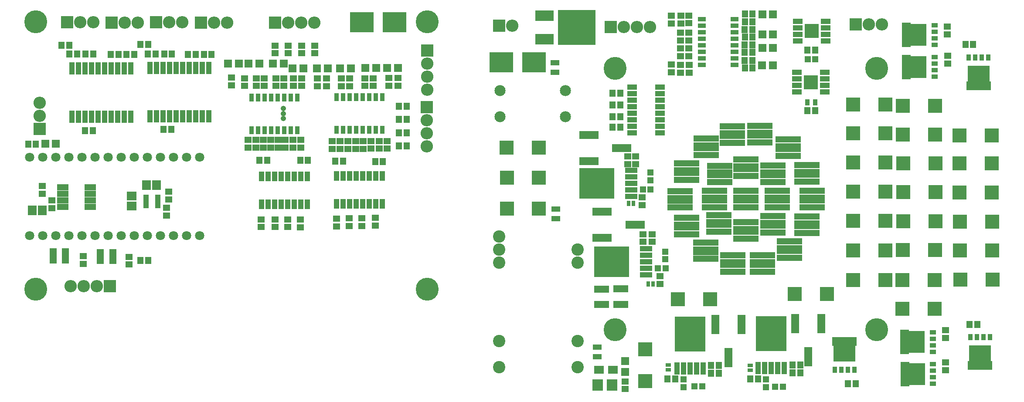
<source format=gbr>
G04 #@! TF.FileFunction,Soldermask,Top*
%FSLAX46Y46*%
G04 Gerber Fmt 4.6, Leading zero omitted, Abs format (unit mm)*
G04 Created by KiCad (PCBNEW 4.0.1-stable) date 1/20/2016 12:58:46 AM*
%MOMM*%
G01*
G04 APERTURE LIST*
%ADD10C,0.100000*%
%ADD11R,1.000000X2.350000*%
%ADD12R,1.400760X1.299160*%
%ADD13R,1.299160X1.400760*%
%ADD14R,1.898600X1.700480*%
%ADD15R,1.700480X1.898600*%
%ADD16R,4.591000X3.956000*%
%ADD17O,2.398980X2.398980*%
%ADD18R,2.398980X2.398980*%
%ADD19R,1.400760X1.101040*%
%ADD20C,1.050000*%
%ADD21R,1.000000X1.900000*%
%ADD22R,0.908000X1.543000*%
%ADD23R,1.100000X0.750000*%
%ADD24R,2.198320X1.197560*%
%ADD25C,4.464000*%
%ADD26R,1.598880X1.598880*%
%ADD27C,1.797000*%
%ADD28R,0.900000X1.300000*%
%ADD29R,1.700000X1.100000*%
%ADD30R,2.830000X2.770000*%
%ADD31R,1.200000X1.150000*%
%ADD32R,2.770000X2.830000*%
%ADD33R,1.150000X1.200000*%
%ADD34R,1.000000X0.800000*%
%ADD35R,0.800000X1.000000*%
%ADD36R,1.900000X1.600000*%
%ADD37R,2.000200X2.203400*%
%ADD38R,1.593800X3.702000*%
%ADD39R,3.702000X1.593800*%
%ADD40R,1.543000X0.908000*%
%ADD41R,1.900000X1.000000*%
%ADD42R,1.950000X1.000000*%
%ADD43R,1.575000X1.575000*%
%ADD44R,0.996900X2.398980*%
%ADD45R,5.998160X6.899860*%
%ADD46R,2.398980X0.996900*%
%ADD47R,6.899860X5.998160*%
%ADD48C,2.150000*%
%ADD49R,3.600400X2.000200*%
%ADD50R,7.400240X6.899860*%
%ADD51C,2.400000*%
%ADD52R,2.900000X1.400000*%
%ADD53R,4.900000X1.700000*%
%ADD54R,4.900000X1.300000*%
%ADD55C,0.984200*%
%ADD56C,1.035000*%
%ADD57R,0.850000X1.300000*%
%ADD58R,4.850000X1.700000*%
%ADD59R,4.350000X3.450000*%
%ADD60R,1.300000X0.850000*%
%ADD61R,1.700000X4.850000*%
%ADD62R,3.450000X4.350000*%
G04 APERTURE END LIST*
D10*
D11*
X43776900Y-41984660D03*
X45046900Y-41984660D03*
X46316900Y-41984660D03*
X47586900Y-41984660D03*
X48856900Y-41984660D03*
X50126900Y-41984660D03*
X51396900Y-41984660D03*
X52666900Y-41984660D03*
X53936900Y-41984660D03*
X55206900Y-41984660D03*
X55206900Y-32584660D03*
X53936900Y-32584660D03*
X52666900Y-32584660D03*
X51396900Y-32584660D03*
X50126900Y-32584660D03*
X48856900Y-32584660D03*
X47586900Y-32584660D03*
X46316900Y-32584660D03*
X45046900Y-32584660D03*
X43776900Y-32584660D03*
D12*
X39720520Y-70835520D03*
X39720520Y-69331840D03*
X30855920Y-69174360D03*
X30855920Y-70678040D03*
D13*
X87543640Y-50789840D03*
X89047320Y-50789840D03*
X79809340Y-50751740D03*
X81313020Y-50751740D03*
X72989440Y-50523140D03*
X74493120Y-50523140D03*
X65105280Y-50586640D03*
X66608960Y-50586640D03*
D14*
X40215820Y-57508140D03*
X40215820Y-59413140D03*
D15*
X20975320Y-60327540D03*
X22880320Y-60327540D03*
X45041820Y-55399940D03*
X43136820Y-55399940D03*
D13*
X32687260Y-44782740D03*
X31183580Y-44782740D03*
X47967900Y-44541440D03*
X46464220Y-44541440D03*
X36189920Y-29961840D03*
X37693600Y-29961840D03*
X51170840Y-29949140D03*
X52674520Y-29949140D03*
X28171140Y-29936440D03*
X29674820Y-29936440D03*
X43411140Y-29872940D03*
X44914820Y-29872940D03*
X39250620Y-29974540D03*
X40754300Y-29974540D03*
X31275020Y-29936440D03*
X32778700Y-29936440D03*
X54282340Y-29949140D03*
X55786020Y-29949140D03*
X46578520Y-29872940D03*
X48082200Y-29872940D03*
X28138120Y-28234640D03*
X26634440Y-28234640D03*
X43446700Y-28056840D03*
X41943020Y-28056840D03*
D16*
X91307920Y-23688040D03*
X84957920Y-23688040D03*
D17*
X97632520Y-36870640D03*
D18*
X97632520Y-29250640D03*
D17*
X97632520Y-31790640D03*
X97632520Y-34330640D03*
X28379420Y-75021440D03*
D18*
X35999420Y-75021440D03*
D17*
X33459420Y-75021440D03*
X30919420Y-75021440D03*
X58795920Y-23815040D03*
D18*
X53715920Y-23815040D03*
D17*
X56255920Y-23815040D03*
X41460420Y-23815040D03*
D18*
X36380420Y-23815040D03*
D17*
X38920420Y-23815040D03*
X50096420Y-23751540D03*
D18*
X45016420Y-23751540D03*
D17*
X47556420Y-23751540D03*
X22410420Y-39372540D03*
D18*
X22410420Y-44452540D03*
D17*
X22410420Y-41912540D03*
X32773620Y-23764240D03*
D18*
X27693620Y-23764240D03*
D17*
X30233620Y-23764240D03*
D13*
X21663660Y-47398940D03*
X20159980Y-47398940D03*
X92174296Y-40048560D03*
X93677976Y-40048560D03*
X92174296Y-42624844D03*
X93677976Y-42624844D03*
X92174295Y-45201130D03*
X93677975Y-45201130D03*
X92174296Y-47777416D03*
X93677976Y-47777416D03*
D12*
X68097760Y-29776420D03*
X68097760Y-28272740D03*
X70674045Y-29776420D03*
X70674045Y-28272740D03*
X73250329Y-29776420D03*
X73250329Y-28272740D03*
X75826615Y-29776420D03*
X75826615Y-28272740D03*
X80055720Y-63393320D03*
X80055720Y-61889640D03*
X82532220Y-63342520D03*
X82532220Y-61838840D03*
X87561420Y-63253620D03*
X87561420Y-61749940D03*
X84983320Y-63317120D03*
X84983320Y-61813440D03*
D13*
X43482260Y-70043040D03*
X41978580Y-70043040D03*
D12*
X88307646Y-48306348D03*
X88307646Y-46802668D03*
X71559420Y-48125380D03*
X71559420Y-46621700D03*
X89831646Y-46797588D03*
X89831646Y-48301268D03*
X73083420Y-46621700D03*
X73083420Y-48125380D03*
X91952546Y-34582728D03*
X91952546Y-36086408D03*
X73273920Y-34620200D03*
X73273920Y-36123880D03*
X90238046Y-34554788D03*
X90238046Y-36058468D03*
X71686420Y-34620200D03*
X71686420Y-36123880D03*
X85246946Y-48331748D03*
X85246946Y-46828068D03*
X68701920Y-48125380D03*
X68701920Y-46621700D03*
X86770946Y-46815368D03*
X86770946Y-48319048D03*
X70098920Y-46621700D03*
X70098920Y-48125380D03*
X68130420Y-63545720D03*
X68130420Y-62042040D03*
X73007220Y-63621920D03*
X73007220Y-62118240D03*
X65438020Y-63545720D03*
X65438020Y-62042040D03*
X70530719Y-63545720D03*
X70530719Y-62042040D03*
X87190046Y-34605588D03*
X87190046Y-36109268D03*
X69781420Y-34620200D03*
X69781420Y-36123880D03*
X85577146Y-34618288D03*
X85577146Y-36121968D03*
X68257420Y-34620200D03*
X68257420Y-36123880D03*
X82211646Y-48344448D03*
X82211646Y-46840768D03*
X65844420Y-48125380D03*
X65844420Y-46621700D03*
X83735646Y-46828067D03*
X83735646Y-48331747D03*
X67241420Y-46621700D03*
X67241420Y-48125380D03*
X82608420Y-34630360D03*
X82608420Y-36134040D03*
X66034920Y-34620200D03*
X66034920Y-36123880D03*
X80957420Y-34630360D03*
X80957420Y-36134040D03*
X64447420Y-34620200D03*
X64447420Y-36123880D03*
X79189045Y-48357148D03*
X79189045Y-46853468D03*
X62859920Y-48125380D03*
X62859920Y-46621700D03*
X80725746Y-46840768D03*
X80725746Y-48344448D03*
X64383920Y-46621700D03*
X64383920Y-48125380D03*
X78099920Y-34630360D03*
X78099920Y-36134040D03*
X62161420Y-34620200D03*
X62161420Y-36123880D03*
X76321920Y-34630360D03*
X76321920Y-36134040D03*
X59621420Y-34493200D03*
X59621420Y-35996880D03*
X22905720Y-57091580D03*
X22905720Y-55587900D03*
X24759920Y-59888120D03*
X24759920Y-58384440D03*
X47492920Y-58145680D03*
X47492920Y-56642000D03*
X47048420Y-59781440D03*
X47048420Y-61285120D03*
D19*
X34196020Y-68328540D03*
X34196020Y-69278500D03*
X34196020Y-70228460D03*
X36593780Y-68328540D03*
X36593780Y-70228460D03*
X36593780Y-69278500D03*
X25013920Y-68214240D03*
X25013920Y-69164200D03*
X25013920Y-70114160D03*
X27411680Y-68214240D03*
X27411680Y-70114160D03*
X27411680Y-69164200D03*
D20*
X69760962Y-41471403D03*
X69760962Y-42471403D03*
X69760962Y-40471403D03*
D21*
X80017620Y-59006740D03*
X81287620Y-59006740D03*
X82557620Y-59006740D03*
X83827620Y-59006740D03*
X85097620Y-59006740D03*
X86367620Y-59006740D03*
X87637620Y-59006740D03*
X88907620Y-59006740D03*
X88907620Y-53606740D03*
X87637620Y-53606740D03*
X86367620Y-53606740D03*
X85097620Y-53606740D03*
X83827620Y-53606740D03*
X82557620Y-53606740D03*
X81287620Y-53606740D03*
X80017620Y-53606740D03*
D22*
X88942646Y-44605568D03*
X86402646Y-44605568D03*
X85132646Y-44605568D03*
X83862646Y-44605568D03*
X82592646Y-44605568D03*
X81322646Y-44605568D03*
X80052646Y-44605568D03*
X80052646Y-38255568D03*
X81322646Y-38255568D03*
X82592646Y-38255568D03*
X83862646Y-38255568D03*
X85132646Y-38255568D03*
X86402646Y-38255568D03*
X87672646Y-38255568D03*
X88942646Y-38255568D03*
X87672646Y-44605568D03*
X72448420Y-44706540D03*
X69908420Y-44706540D03*
X68638420Y-44706540D03*
X67368420Y-44706540D03*
X66098420Y-44706540D03*
X64828420Y-44706540D03*
X63558420Y-44706540D03*
X63558420Y-38356540D03*
X64828420Y-38356540D03*
X66098420Y-38356540D03*
X67368420Y-38356540D03*
X68638420Y-38356540D03*
X69908420Y-38356540D03*
X71178420Y-38356540D03*
X72448420Y-38356540D03*
X71178420Y-44706540D03*
D21*
X65463420Y-59082940D03*
X66733420Y-59082940D03*
X68003420Y-59082940D03*
X69273420Y-59082940D03*
X70543420Y-59082940D03*
X71813420Y-59082940D03*
X73083420Y-59082940D03*
X74353420Y-59082940D03*
X74353420Y-53682940D03*
X73083420Y-53682940D03*
X71813420Y-53682940D03*
X70543420Y-53682940D03*
X69273420Y-53682940D03*
X68003420Y-53682940D03*
X66733420Y-53682940D03*
X65463420Y-53682940D03*
D23*
X45336020Y-57558940D03*
X45336020Y-58208940D03*
X45336020Y-58858940D03*
X45336020Y-59508940D03*
X43086020Y-59508940D03*
X43086020Y-58858940D03*
X43086020Y-58208940D03*
X43086020Y-57558940D03*
D24*
X26918920Y-55819040D03*
X26918920Y-57089040D03*
X26918920Y-58359040D03*
X26918920Y-59629040D03*
X32252920Y-59629040D03*
X32252920Y-58359040D03*
X32252920Y-57089040D03*
X32252920Y-55819040D03*
D11*
X28638500Y-42124360D03*
X29908500Y-42124360D03*
X31178500Y-42124360D03*
X32448500Y-42124360D03*
X33718500Y-42124360D03*
X34988500Y-42124360D03*
X36258500Y-42124360D03*
X37528500Y-42124360D03*
X38798500Y-42124360D03*
X40068500Y-42124360D03*
X40068500Y-32724360D03*
X38798500Y-32724360D03*
X37528500Y-32724360D03*
X36258500Y-32724360D03*
X34988500Y-32724360D03*
X33718500Y-32724360D03*
X32448500Y-32724360D03*
X31178500Y-32724360D03*
X29908500Y-32724360D03*
X28638500Y-32724360D03*
D25*
X21655920Y-23632040D03*
X97655920Y-23632040D03*
X97655920Y-75632040D03*
X21655920Y-75632040D03*
D26*
X23456900Y-47373540D03*
X25554940Y-47373540D03*
X89907846Y-32642168D03*
X92005886Y-32642168D03*
X71493380Y-32705040D03*
X73591420Y-32705040D03*
X85663507Y-32654868D03*
X87761547Y-32654868D03*
X67685920Y-31790640D03*
X69783960Y-31790640D03*
X80764380Y-32705040D03*
X82862420Y-32705040D03*
X62971680Y-31790640D03*
X65069720Y-31790640D03*
X76258420Y-32705040D03*
X78356460Y-32705040D03*
X59009280Y-31765240D03*
X61107320Y-31765240D03*
D17*
X97594420Y-47818041D03*
D18*
X97594420Y-40198041D03*
D17*
X97594420Y-42738041D03*
X97594420Y-45278041D03*
X75750421Y-23815040D03*
D18*
X68130421Y-23815040D03*
D17*
X70670421Y-23815040D03*
X73210421Y-23815040D03*
D27*
X22981920Y-65204340D03*
X25521920Y-65204340D03*
X28061920Y-65204340D03*
X30601920Y-65204340D03*
X33141920Y-65204340D03*
X35681920Y-65204340D03*
X38221920Y-65204340D03*
X40761920Y-65204340D03*
X43301920Y-65204340D03*
X45841920Y-65204340D03*
X48381920Y-65204340D03*
X50921920Y-65204340D03*
X53461920Y-65204340D03*
X53461920Y-49964340D03*
X50921920Y-49964340D03*
X48381920Y-49964340D03*
X45841920Y-49964340D03*
X43301920Y-49964340D03*
X40761920Y-49964340D03*
X38221920Y-49964340D03*
X35681920Y-49964340D03*
X33141920Y-49964340D03*
X30601920Y-49964340D03*
X28061920Y-49964340D03*
X25521920Y-49964340D03*
X22981920Y-49964340D03*
X20441920Y-49964340D03*
X20441920Y-65204340D03*
D12*
X145102143Y-31950085D03*
X145102143Y-33453765D03*
X145102143Y-22450485D03*
X145102143Y-23954165D03*
D28*
X171474263Y-39316085D03*
X172974263Y-39316085D03*
D29*
X130690183Y-88785165D03*
X130690183Y-86885165D03*
D30*
X139986583Y-87270405D03*
X139986583Y-93510405D03*
D13*
X172991343Y-40901045D03*
X171487663Y-40901045D03*
D31*
X171532683Y-30901065D03*
X173032683Y-30901065D03*
D13*
X173034523Y-29112905D03*
X171530843Y-29112905D03*
D32*
X146376343Y-77573565D03*
X152616343Y-77573565D03*
D33*
X147441483Y-94648145D03*
X147441483Y-93148145D03*
D31*
X149587083Y-94533145D03*
X151087083Y-94533145D03*
X143952223Y-71538525D03*
X142452223Y-71538525D03*
D33*
X163425703Y-94655765D03*
X163425703Y-93155765D03*
D31*
X141051543Y-56229945D03*
X139551543Y-56229945D03*
D33*
X143926123Y-69824725D03*
X143926123Y-68324725D03*
D31*
X165248723Y-94583945D03*
X166748723Y-94583945D03*
D33*
X140987343Y-54427245D03*
X140987343Y-52927245D03*
D32*
X186616783Y-39752965D03*
X180376783Y-39752965D03*
X207289843Y-45721965D03*
X201049843Y-45721965D03*
X189962743Y-73829605D03*
X196202743Y-73829605D03*
X186616783Y-45340965D03*
X180376783Y-45340965D03*
X207289843Y-51142325D03*
X201049843Y-51142325D03*
X190038943Y-68025705D03*
X196278943Y-68025705D03*
X186616783Y-50984845D03*
X180376783Y-50984845D03*
X207289843Y-56831925D03*
X201049843Y-56831925D03*
X190115143Y-62399605D03*
X196355143Y-62399605D03*
X186616783Y-56628725D03*
X180376783Y-56628725D03*
X207376203Y-62521525D03*
X201136203Y-62521525D03*
X190115143Y-56760805D03*
X196355143Y-56760805D03*
X169033143Y-76522005D03*
X175273143Y-76522005D03*
X207376203Y-68124765D03*
X201136203Y-68124765D03*
X190115143Y-51198205D03*
X196355143Y-51198205D03*
X186616783Y-62328485D03*
X180376783Y-62328485D03*
X207467643Y-73722925D03*
X201227643Y-73722925D03*
X190074503Y-45559405D03*
X196314503Y-45559405D03*
X186642183Y-68089205D03*
X180402183Y-68089205D03*
X190038943Y-39956165D03*
X196278943Y-39956165D03*
X186642183Y-73839765D03*
X180402183Y-73839765D03*
X189962743Y-79404905D03*
X196202743Y-79404905D03*
D26*
X162668783Y-32143125D03*
X164766823Y-32143125D03*
X162732283Y-28714125D03*
X164830323Y-28714125D03*
X164832863Y-26077605D03*
X162734823Y-26077605D03*
X162732283Y-22211725D03*
X164830323Y-22211725D03*
X136085143Y-91708665D03*
X136085143Y-89610625D03*
D16*
X112092303Y-31482725D03*
X118442303Y-31482725D03*
D34*
X144495083Y-90349345D03*
X144495083Y-91249345D03*
D35*
X140577983Y-74601765D03*
X141477983Y-74601765D03*
D34*
X160359923Y-90450945D03*
X160359923Y-91350945D03*
D35*
X136818783Y-58924885D03*
X137718783Y-58924885D03*
D36*
X130991183Y-91274325D03*
X133691183Y-91274325D03*
D17*
X114139543Y-24426605D03*
D18*
X111599543Y-24426605D03*
D17*
X140936543Y-24655205D03*
D18*
X133316543Y-24655205D03*
D17*
X135856543Y-24655205D03*
X138396543Y-24655205D03*
D13*
X133651823Y-37558405D03*
X135155503Y-37558405D03*
X133672143Y-39773285D03*
X135175823Y-39773285D03*
X133672143Y-44142085D03*
X135175823Y-44142085D03*
X133651823Y-42069445D03*
X135155503Y-42069445D03*
D12*
X146839503Y-33509645D03*
X146839503Y-32005965D03*
X148515903Y-32018665D03*
X148515903Y-33522345D03*
D13*
X160850143Y-32651125D03*
X159346463Y-32651125D03*
X160824743Y-31152525D03*
X159321063Y-31152525D03*
D12*
X146880143Y-30321945D03*
X146880143Y-28818265D03*
X148465103Y-28818265D03*
X148465103Y-30321945D03*
D13*
X160812043Y-29539625D03*
X159308363Y-29539625D03*
X160837443Y-28104525D03*
X159333763Y-28104525D03*
D12*
X146890303Y-27273945D03*
X146890303Y-25770265D03*
X148465103Y-25770265D03*
X148465103Y-27273945D03*
D13*
X160850143Y-26618625D03*
X159346463Y-26618625D03*
X160837443Y-25170825D03*
X159333763Y-25170825D03*
D12*
X146903003Y-23959245D03*
X146903003Y-22455565D03*
X148452403Y-22430165D03*
X148452403Y-23933845D03*
D13*
X160850143Y-23672225D03*
X159346463Y-23672225D03*
X160850143Y-22122825D03*
X159346463Y-22122825D03*
D37*
X130746063Y-94235965D03*
X133540063Y-94235965D03*
D12*
X136110543Y-93540005D03*
X136110543Y-95043685D03*
D13*
X180895823Y-93956565D03*
X179392143Y-93956565D03*
X144302043Y-93059945D03*
X145805723Y-93059945D03*
X154263923Y-90456445D03*
X152760243Y-90456445D03*
X154263923Y-91942345D03*
X152760243Y-91942345D03*
D12*
X142902503Y-74629705D03*
X142902503Y-73126025D03*
D13*
X160395483Y-93085345D03*
X161899163Y-93085345D03*
D12*
X139402383Y-59260165D03*
X139402383Y-57756485D03*
X139613203Y-64921825D03*
X139613203Y-66425505D03*
D13*
X170103363Y-90342145D03*
X168599683Y-90342145D03*
D12*
X136633783Y-49811365D03*
X136633783Y-51315045D03*
X141315003Y-64921825D03*
X141315003Y-66425505D03*
D13*
X170103363Y-91853445D03*
X168599683Y-91853445D03*
D12*
X138167943Y-49836765D03*
X138167943Y-51340445D03*
X198289743Y-89854465D03*
X198289743Y-91358145D03*
X198779963Y-30243205D03*
X198779963Y-31746885D03*
D13*
X202196263Y-28071505D03*
X203699943Y-28071505D03*
D12*
X198299903Y-83618765D03*
X198299903Y-85122445D03*
X198673283Y-24612025D03*
X198673283Y-26115705D03*
D13*
X202973503Y-82516405D03*
X204477183Y-82516405D03*
D38*
X158680983Y-82506645D03*
X156140983Y-88906645D03*
X153600983Y-82506645D03*
D39*
X131610063Y-60520005D03*
X138010063Y-63060005D03*
X131610063Y-65600005D03*
D38*
X174177523Y-82331385D03*
X171637523Y-88731385D03*
X169097523Y-82331385D03*
D39*
X129044663Y-45620365D03*
X135444663Y-48160365D03*
X129044663Y-50700365D03*
D40*
X151030503Y-32054225D03*
X151030503Y-29514225D03*
X151030503Y-28244225D03*
X151030503Y-26974225D03*
X151030503Y-25704225D03*
X151030503Y-24434225D03*
X151030503Y-23164225D03*
X157380503Y-23164225D03*
X157380503Y-24434225D03*
X157380503Y-25704225D03*
X157380503Y-26974225D03*
X157380503Y-28244225D03*
X157380503Y-29514225D03*
X157380503Y-30784225D03*
X157380503Y-32054225D03*
X151030503Y-30784225D03*
D41*
X137469463Y-36303645D03*
X137469463Y-37573645D03*
X137469463Y-38843645D03*
X137469463Y-40113645D03*
X137469463Y-41383645D03*
X137469463Y-42653645D03*
X137469463Y-43923645D03*
X137469463Y-45193645D03*
X142869463Y-45193645D03*
X142869463Y-43923645D03*
X142869463Y-42653645D03*
X142869463Y-41383645D03*
X142869463Y-40113645D03*
X142869463Y-38843645D03*
X142869463Y-37573645D03*
X142869463Y-36303645D03*
D42*
X169448063Y-33474085D03*
X169448063Y-34744085D03*
X169448063Y-36014085D03*
X169448063Y-37284085D03*
X174848063Y-37284085D03*
X174848063Y-36014085D03*
X174848063Y-34744085D03*
X174848063Y-33474085D03*
D43*
X172735563Y-35966585D03*
X172735563Y-34791585D03*
X171560563Y-35966585D03*
X171560563Y-34791585D03*
D42*
X169608083Y-23514745D03*
X169608083Y-24784745D03*
X169608083Y-26054745D03*
X169608083Y-27324745D03*
X175008083Y-27324745D03*
X175008083Y-26054745D03*
X175008083Y-24784745D03*
X175008083Y-23514745D03*
D43*
X172895583Y-26007245D03*
X172895583Y-24832245D03*
X171720583Y-26007245D03*
X171720583Y-24832245D03*
D44*
X146171483Y-91040645D03*
X151251483Y-91040645D03*
D45*
X148711483Y-84342665D03*
D44*
X147441483Y-91040645D03*
X148711483Y-91040645D03*
X149981483Y-91040645D03*
D46*
X140133903Y-72823765D03*
X140133903Y-67743765D03*
D47*
X133435923Y-70283765D03*
D46*
X140133903Y-71553765D03*
X140133903Y-70283765D03*
X140133903Y-69013765D03*
D44*
X161960123Y-90926345D03*
X167040123Y-90926345D03*
D45*
X164500123Y-84228365D03*
D44*
X163230123Y-90926345D03*
X164500123Y-90926345D03*
X165770123Y-90926345D03*
D46*
X137278943Y-57601545D03*
X137278943Y-52521545D03*
D47*
X130580963Y-55061545D03*
D46*
X137278943Y-56331545D03*
X137278943Y-55061545D03*
X137278943Y-53791545D03*
D29*
X122506303Y-33463965D03*
X122506303Y-31563965D03*
X122648543Y-61911965D03*
X122648543Y-60011965D03*
D32*
X113127743Y-59986605D03*
X119367743Y-59986605D03*
D48*
X111823063Y-42069445D03*
X124523063Y-42069445D03*
X124523063Y-36989445D03*
X111823063Y-36989445D03*
D49*
X120469223Y-22420005D03*
X120469223Y-27022485D03*
D50*
X126717623Y-24721245D03*
D51*
X111660503Y-65346005D03*
X111660503Y-67886005D03*
X111660503Y-70426005D03*
X111660503Y-85666005D03*
X111660503Y-90746005D03*
X126900503Y-90746005D03*
X126900503Y-85666005D03*
X126900503Y-70426005D03*
X126900503Y-67886005D03*
D25*
X134180143Y-83481605D03*
X134180143Y-32681605D03*
X184980143Y-32681605D03*
X184980143Y-83481605D03*
D32*
X113097263Y-48134965D03*
X119337263Y-48134965D03*
X113127743Y-53941405D03*
X119367743Y-53941405D03*
D52*
X131502983Y-75606205D03*
X131502983Y-78606205D03*
X135272343Y-75550325D03*
X135272343Y-78550325D03*
D17*
X185985983Y-24157365D03*
D18*
X180905983Y-24157365D03*
D17*
X183445983Y-24157365D03*
D53*
X159580143Y-58081605D03*
D54*
X159580143Y-56481605D03*
X159580143Y-59681605D03*
D55*
X158754643Y-56494105D03*
X160342143Y-56494105D03*
X158754643Y-58081605D03*
X160342143Y-58081605D03*
X158754643Y-59669105D03*
X160342143Y-59669105D03*
D53*
X153484143Y-58081605D03*
D54*
X153484143Y-56481605D03*
X153484143Y-59681605D03*
D55*
X152658643Y-56494105D03*
X154246143Y-56494105D03*
X152658643Y-58081605D03*
X154246143Y-58081605D03*
X152658643Y-59669105D03*
X154246143Y-59669105D03*
D53*
X146793783Y-58142565D03*
D54*
X146793783Y-56542565D03*
X146793783Y-59742565D03*
D55*
X145968283Y-56555065D03*
X147555783Y-56555065D03*
X145968283Y-58142565D03*
X147555783Y-58142565D03*
X145968283Y-59730065D03*
X147555783Y-59730065D03*
D53*
X171426703Y-63110805D03*
D54*
X171426703Y-61510805D03*
X171426703Y-64710805D03*
D55*
X170601203Y-61523305D03*
X172188703Y-61523305D03*
X170601203Y-63110805D03*
X172188703Y-63110805D03*
X170601203Y-64698305D03*
X172188703Y-64698305D03*
D53*
X154449343Y-53230205D03*
D54*
X154449343Y-51630205D03*
X154449343Y-54830205D03*
D55*
X153623843Y-51642705D03*
X155211343Y-51642705D03*
X153623843Y-53230205D03*
X155211343Y-53230205D03*
X153623843Y-54817705D03*
X155211343Y-54817705D03*
D53*
X148012983Y-52732365D03*
D54*
X148012983Y-51132365D03*
X148012983Y-54332365D03*
D55*
X147187483Y-51144865D03*
X148774983Y-51144865D03*
X147187483Y-52732365D03*
X148774983Y-52732365D03*
X147187483Y-54319865D03*
X148774983Y-54319865D03*
D53*
X168048503Y-67916485D03*
D54*
X168048503Y-66316485D03*
X168048503Y-69516485D03*
D55*
X167223003Y-66328985D03*
X168810503Y-66328985D03*
X167223003Y-67916485D03*
X168810503Y-67916485D03*
X167223003Y-69503985D03*
X168810503Y-69503985D03*
D53*
X159580143Y-51985605D03*
D54*
X159580143Y-50385605D03*
X159580143Y-53585605D03*
D55*
X158754643Y-50398105D03*
X160342143Y-50398105D03*
X158754643Y-51985605D03*
X160342143Y-51985605D03*
X158754643Y-53573105D03*
X160342143Y-53573105D03*
D53*
X151843303Y-47911445D03*
D54*
X151843303Y-46311445D03*
X151843303Y-49511445D03*
D55*
X151017803Y-46323945D03*
X152605303Y-46323945D03*
X151017803Y-47911445D03*
X152605303Y-47911445D03*
X151017803Y-49498945D03*
X152605303Y-49498945D03*
D53*
X162765303Y-70624125D03*
D54*
X162765303Y-69024125D03*
X162765303Y-72224125D03*
D55*
X161939803Y-69036625D03*
X163527303Y-69036625D03*
X161939803Y-70624125D03*
X163527303Y-70624125D03*
X161939803Y-72211625D03*
X163527303Y-72211625D03*
D53*
X164837943Y-53166705D03*
D54*
X164837943Y-51566705D03*
X164837943Y-54766705D03*
D55*
X164012443Y-51579205D03*
X165599943Y-51579205D03*
X164012443Y-53166705D03*
X165599943Y-53166705D03*
X164012443Y-54754205D03*
X165599943Y-54754205D03*
D53*
X156953783Y-45564485D03*
D54*
X156953783Y-43964485D03*
X156953783Y-47164485D03*
D55*
X156128283Y-43976985D03*
X157715783Y-43976985D03*
X156128283Y-45564485D03*
X157715783Y-45564485D03*
X156128283Y-47151985D03*
X157715783Y-47151985D03*
D53*
X156984263Y-70598725D03*
D54*
X156984263Y-68998725D03*
X156984263Y-72198725D03*
D55*
X156158763Y-69011225D03*
X157746263Y-69011225D03*
X156158763Y-70598725D03*
X157746263Y-70598725D03*
X156158763Y-72186225D03*
X157746263Y-72186225D03*
D53*
X165676143Y-58081605D03*
D54*
X165676143Y-56481605D03*
X165676143Y-59681605D03*
D55*
X164850643Y-56494105D03*
X166438143Y-56494105D03*
X164850643Y-58081605D03*
X166438143Y-58081605D03*
X164850643Y-59669105D03*
X166438143Y-59669105D03*
D53*
X162292863Y-45508605D03*
D54*
X162292863Y-43908605D03*
X162292863Y-47108605D03*
D55*
X161467363Y-43921105D03*
X163054863Y-43921105D03*
X161467363Y-45508605D03*
X163054863Y-45508605D03*
X161467363Y-47096105D03*
X163054863Y-47096105D03*
D53*
X151736623Y-68140005D03*
D54*
X151736623Y-66540005D03*
X151736623Y-69740005D03*
D55*
X150911123Y-66552505D03*
X152498623Y-66552505D03*
X150911123Y-68140005D03*
X152498623Y-68140005D03*
X150911123Y-69727505D03*
X152498623Y-69727505D03*
D53*
X164799843Y-63021905D03*
D54*
X164799843Y-61421905D03*
X164799843Y-64621905D03*
D55*
X163974343Y-61434405D03*
X165561843Y-61434405D03*
X163974343Y-63021905D03*
X165561843Y-63021905D03*
X163974343Y-64609405D03*
X165561843Y-64609405D03*
D53*
X167738623Y-48134965D03*
D54*
X167738623Y-46534965D03*
X167738623Y-49734965D03*
D55*
X166913123Y-46547465D03*
X168500623Y-46547465D03*
X166913123Y-48134965D03*
X168500623Y-48134965D03*
X166913123Y-49722465D03*
X168500623Y-49722465D03*
D53*
X148048543Y-63364805D03*
D54*
X148048543Y-61764805D03*
X148048543Y-64964805D03*
D55*
X147223043Y-61777305D03*
X148810543Y-61777305D03*
X147223043Y-63364805D03*
X148810543Y-63364805D03*
X147223043Y-64952305D03*
X148810543Y-64952305D03*
D53*
X159580143Y-64177605D03*
D54*
X159580143Y-62577605D03*
X159580143Y-65777605D03*
D55*
X158754643Y-62590105D03*
X160342143Y-62590105D03*
X158754643Y-64177605D03*
X160342143Y-64177605D03*
X158754643Y-65765105D03*
X160342143Y-65765105D03*
D53*
X171426703Y-53108285D03*
D54*
X171426703Y-51508285D03*
X171426703Y-54708285D03*
D55*
X170601203Y-51520785D03*
X172188703Y-51520785D03*
X170601203Y-53108285D03*
X172188703Y-53108285D03*
X170601203Y-54695785D03*
X172188703Y-54695785D03*
D53*
X154335043Y-62856805D03*
D54*
X154335043Y-61256805D03*
X154335043Y-64456805D03*
D55*
X153509543Y-61269305D03*
X155097043Y-61269305D03*
X153509543Y-62856805D03*
X155097043Y-62856805D03*
X153509543Y-64444305D03*
X155097043Y-64444305D03*
D53*
X172432543Y-58081605D03*
D54*
X172432543Y-56481605D03*
X172432543Y-59681605D03*
D55*
X171607043Y-56494105D03*
X173194543Y-56494105D03*
X171607043Y-58081605D03*
X173194543Y-58081605D03*
X171607043Y-59669105D03*
X173194543Y-59669105D03*
D56*
X206250103Y-34358005D03*
X205361103Y-35183505D03*
X203265603Y-35183505D03*
X204281603Y-34358005D03*
X204027603Y-36326505D03*
X202884603Y-36326505D03*
X205361103Y-36326505D03*
D57*
X205361103Y-30580505D03*
X206631103Y-30580505D03*
X204091103Y-30580505D03*
D58*
X204726103Y-36055505D03*
D59*
X204726103Y-33855505D03*
D57*
X202821103Y-30580505D03*
D56*
X206504103Y-36326505D03*
X192407103Y-33941445D03*
X191581603Y-33052445D03*
X191581603Y-30956945D03*
X192407103Y-31972945D03*
X190438603Y-31718945D03*
X190438603Y-30575945D03*
X190438603Y-33052445D03*
D60*
X196184603Y-33052445D03*
X196184603Y-34322445D03*
X196184603Y-31782445D03*
D61*
X190709603Y-32417445D03*
D62*
X192909603Y-32417445D03*
D60*
X196184603Y-30512445D03*
D56*
X190438603Y-34195445D03*
X192412183Y-27720985D03*
X191586683Y-26831985D03*
X191586683Y-24736485D03*
X192412183Y-25752485D03*
X190443683Y-25498485D03*
X190443683Y-24355485D03*
X190443683Y-26831985D03*
D60*
X196189683Y-26831985D03*
X196189683Y-28101985D03*
X196189683Y-25561985D03*
D61*
X190714683Y-26196985D03*
D62*
X192914683Y-26196985D03*
D60*
X196189683Y-24291985D03*
D56*
X190443683Y-27974985D03*
X206582843Y-88726705D03*
X205693843Y-89552205D03*
X203598343Y-89552205D03*
X204614343Y-88726705D03*
X204360343Y-90695205D03*
X203217343Y-90695205D03*
X205693843Y-90695205D03*
D57*
X205693843Y-84949205D03*
X206963843Y-84949205D03*
X204423843Y-84949205D03*
D58*
X205058843Y-90424205D03*
D59*
X205058843Y-88224205D03*
D57*
X203153843Y-84949205D03*
D56*
X206836843Y-90695205D03*
X192130243Y-93641605D03*
X191304743Y-92752605D03*
X191304743Y-90657105D03*
X192130243Y-91673105D03*
X190161743Y-91419105D03*
X190161743Y-90276105D03*
X190161743Y-92752605D03*
D60*
X195907743Y-92752605D03*
X195907743Y-94022605D03*
X195907743Y-91482605D03*
D61*
X190432743Y-92117605D03*
D62*
X192632743Y-92117605D03*
D60*
X195907743Y-90212605D03*
D56*
X190161743Y-93895605D03*
X192064203Y-87433845D03*
X191238703Y-86544845D03*
X191238703Y-84449345D03*
X192064203Y-85465345D03*
X190095703Y-85211345D03*
X190095703Y-84068345D03*
X190095703Y-86544845D03*
D60*
X195841703Y-86544845D03*
X195841703Y-87814845D03*
X195841703Y-85274845D03*
D61*
X190366703Y-85909845D03*
D62*
X192566703Y-85909845D03*
D60*
X195841703Y-84004845D03*
D56*
X190095703Y-87687845D03*
X177197583Y-87492265D03*
X178086583Y-86666765D03*
X180182083Y-86666765D03*
X179166083Y-87492265D03*
X179420083Y-85523765D03*
X180563083Y-85523765D03*
X178086583Y-85523765D03*
D57*
X178086583Y-91269765D03*
X176816583Y-91269765D03*
X179356583Y-91269765D03*
D58*
X178721583Y-85794765D03*
D59*
X178721583Y-87994765D03*
D57*
X180626583Y-91269765D03*
D56*
X176943583Y-85523765D03*
M02*

</source>
